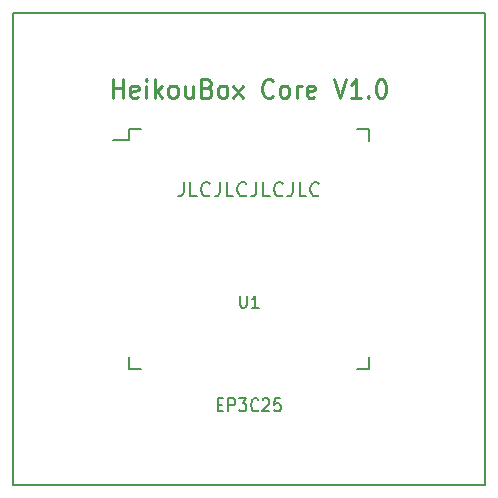
<source format=gbr>
%TF.GenerationSoftware,KiCad,Pcbnew,(5.0.0)*%
%TF.CreationDate,2020-04-09T18:14:40+01:00*%
%TF.ProjectId,HeikouBoxCore,4865696B6F75426F78436F72652E6B69,rev?*%
%TF.SameCoordinates,Original*%
%TF.FileFunction,Legend,Top*%
%TF.FilePolarity,Positive*%
%FSLAX46Y46*%
G04 Gerber Fmt 4.6, Leading zero omitted, Abs format (unit mm)*
G04 Created by KiCad (PCBNEW (5.0.0)) date 04/09/20 18:14:40*
%MOMM*%
%LPD*%
G01*
G04 APERTURE LIST*
%ADD10C,0.175000*%
%ADD11C,0.150000*%
%ADD12C,0.250000*%
G04 APERTURE END LIST*
D10*
X31457142Y-31342857D02*
X31457142Y-32200000D01*
X31400000Y-32371428D01*
X31285714Y-32485714D01*
X31114285Y-32542857D01*
X31000000Y-32542857D01*
X32600000Y-32542857D02*
X32028571Y-32542857D01*
X32028571Y-31342857D01*
X33685714Y-32428571D02*
X33628571Y-32485714D01*
X33457142Y-32542857D01*
X33342857Y-32542857D01*
X33171428Y-32485714D01*
X33057142Y-32371428D01*
X33000000Y-32257142D01*
X32942857Y-32028571D01*
X32942857Y-31857142D01*
X33000000Y-31628571D01*
X33057142Y-31514285D01*
X33171428Y-31400000D01*
X33342857Y-31342857D01*
X33457142Y-31342857D01*
X33628571Y-31400000D01*
X33685714Y-31457142D01*
X34542857Y-31342857D02*
X34542857Y-32200000D01*
X34485714Y-32371428D01*
X34371428Y-32485714D01*
X34200000Y-32542857D01*
X34085714Y-32542857D01*
X35685714Y-32542857D02*
X35114285Y-32542857D01*
X35114285Y-31342857D01*
X36771428Y-32428571D02*
X36714285Y-32485714D01*
X36542857Y-32542857D01*
X36428571Y-32542857D01*
X36257142Y-32485714D01*
X36142857Y-32371428D01*
X36085714Y-32257142D01*
X36028571Y-32028571D01*
X36028571Y-31857142D01*
X36085714Y-31628571D01*
X36142857Y-31514285D01*
X36257142Y-31400000D01*
X36428571Y-31342857D01*
X36542857Y-31342857D01*
X36714285Y-31400000D01*
X36771428Y-31457142D01*
X37628571Y-31342857D02*
X37628571Y-32200000D01*
X37571428Y-32371428D01*
X37457142Y-32485714D01*
X37285714Y-32542857D01*
X37171428Y-32542857D01*
X38771428Y-32542857D02*
X38200000Y-32542857D01*
X38200000Y-31342857D01*
X39857142Y-32428571D02*
X39800000Y-32485714D01*
X39628571Y-32542857D01*
X39514285Y-32542857D01*
X39342857Y-32485714D01*
X39228571Y-32371428D01*
X39171428Y-32257142D01*
X39114285Y-32028571D01*
X39114285Y-31857142D01*
X39171428Y-31628571D01*
X39228571Y-31514285D01*
X39342857Y-31400000D01*
X39514285Y-31342857D01*
X39628571Y-31342857D01*
X39800000Y-31400000D01*
X39857142Y-31457142D01*
X40714285Y-31342857D02*
X40714285Y-32200000D01*
X40657142Y-32371428D01*
X40542857Y-32485714D01*
X40371428Y-32542857D01*
X40257142Y-32542857D01*
X41857142Y-32542857D02*
X41285714Y-32542857D01*
X41285714Y-31342857D01*
X42942857Y-32428571D02*
X42885714Y-32485714D01*
X42714285Y-32542857D01*
X42600000Y-32542857D01*
X42428571Y-32485714D01*
X42314285Y-32371428D01*
X42257142Y-32257142D01*
X42200000Y-32028571D01*
X42200000Y-31857142D01*
X42257142Y-31628571D01*
X42314285Y-31514285D01*
X42428571Y-31400000D01*
X42600000Y-31342857D01*
X42714285Y-31342857D01*
X42885714Y-31400000D01*
X42942857Y-31457142D01*
D11*
X34357142Y-50171428D02*
X34690476Y-50171428D01*
X34833333Y-50747619D02*
X34357142Y-50747619D01*
X34357142Y-49647619D01*
X34833333Y-49647619D01*
X35261904Y-50747619D02*
X35261904Y-49647619D01*
X35642857Y-49647619D01*
X35738095Y-49700000D01*
X35785714Y-49752380D01*
X35833333Y-49857142D01*
X35833333Y-50014285D01*
X35785714Y-50119047D01*
X35738095Y-50171428D01*
X35642857Y-50223809D01*
X35261904Y-50223809D01*
X36166666Y-49647619D02*
X36785714Y-49647619D01*
X36452380Y-50066666D01*
X36595238Y-50066666D01*
X36690476Y-50119047D01*
X36738095Y-50171428D01*
X36785714Y-50276190D01*
X36785714Y-50538095D01*
X36738095Y-50642857D01*
X36690476Y-50695238D01*
X36595238Y-50747619D01*
X36309523Y-50747619D01*
X36214285Y-50695238D01*
X36166666Y-50642857D01*
X37785714Y-50642857D02*
X37738095Y-50695238D01*
X37595238Y-50747619D01*
X37500000Y-50747619D01*
X37357142Y-50695238D01*
X37261904Y-50590476D01*
X37214285Y-50485714D01*
X37166666Y-50276190D01*
X37166666Y-50119047D01*
X37214285Y-49909523D01*
X37261904Y-49804761D01*
X37357142Y-49700000D01*
X37500000Y-49647619D01*
X37595238Y-49647619D01*
X37738095Y-49700000D01*
X37785714Y-49752380D01*
X38166666Y-49752380D02*
X38214285Y-49700000D01*
X38309523Y-49647619D01*
X38547619Y-49647619D01*
X38642857Y-49700000D01*
X38690476Y-49752380D01*
X38738095Y-49857142D01*
X38738095Y-49961904D01*
X38690476Y-50119047D01*
X38119047Y-50747619D01*
X38738095Y-50747619D01*
X39642857Y-49647619D02*
X39166666Y-49647619D01*
X39119047Y-50171428D01*
X39166666Y-50119047D01*
X39261904Y-50066666D01*
X39500000Y-50066666D01*
X39595238Y-50119047D01*
X39642857Y-50171428D01*
X39690476Y-50276190D01*
X39690476Y-50538095D01*
X39642857Y-50642857D01*
X39595238Y-50695238D01*
X39500000Y-50747619D01*
X39261904Y-50747619D01*
X39166666Y-50695238D01*
X39119047Y-50642857D01*
D12*
X25464285Y-24223809D02*
X25464285Y-22623809D01*
X25464285Y-23385714D02*
X26321428Y-23385714D01*
X26321428Y-24223809D02*
X26321428Y-22623809D01*
X27607142Y-24147619D02*
X27464285Y-24223809D01*
X27178571Y-24223809D01*
X27035714Y-24147619D01*
X26964285Y-23995238D01*
X26964285Y-23385714D01*
X27035714Y-23233333D01*
X27178571Y-23157142D01*
X27464285Y-23157142D01*
X27607142Y-23233333D01*
X27678571Y-23385714D01*
X27678571Y-23538095D01*
X26964285Y-23690476D01*
X28321428Y-24223809D02*
X28321428Y-23157142D01*
X28321428Y-22623809D02*
X28250000Y-22700000D01*
X28321428Y-22776190D01*
X28392857Y-22700000D01*
X28321428Y-22623809D01*
X28321428Y-22776190D01*
X29035714Y-24223809D02*
X29035714Y-22623809D01*
X29178571Y-23614285D02*
X29607142Y-24223809D01*
X29607142Y-23157142D02*
X29035714Y-23766666D01*
X30464285Y-24223809D02*
X30321428Y-24147619D01*
X30250000Y-24071428D01*
X30178571Y-23919047D01*
X30178571Y-23461904D01*
X30250000Y-23309523D01*
X30321428Y-23233333D01*
X30464285Y-23157142D01*
X30678571Y-23157142D01*
X30821428Y-23233333D01*
X30892857Y-23309523D01*
X30964285Y-23461904D01*
X30964285Y-23919047D01*
X30892857Y-24071428D01*
X30821428Y-24147619D01*
X30678571Y-24223809D01*
X30464285Y-24223809D01*
X32250000Y-23157142D02*
X32250000Y-24223809D01*
X31607142Y-23157142D02*
X31607142Y-23995238D01*
X31678571Y-24147619D01*
X31821428Y-24223809D01*
X32035714Y-24223809D01*
X32178571Y-24147619D01*
X32250000Y-24071428D01*
X33464285Y-23385714D02*
X33678571Y-23461904D01*
X33750000Y-23538095D01*
X33821428Y-23690476D01*
X33821428Y-23919047D01*
X33750000Y-24071428D01*
X33678571Y-24147619D01*
X33535714Y-24223809D01*
X32964285Y-24223809D01*
X32964285Y-22623809D01*
X33464285Y-22623809D01*
X33607142Y-22700000D01*
X33678571Y-22776190D01*
X33750000Y-22928571D01*
X33750000Y-23080952D01*
X33678571Y-23233333D01*
X33607142Y-23309523D01*
X33464285Y-23385714D01*
X32964285Y-23385714D01*
X34678571Y-24223809D02*
X34535714Y-24147619D01*
X34464285Y-24071428D01*
X34392857Y-23919047D01*
X34392857Y-23461904D01*
X34464285Y-23309523D01*
X34535714Y-23233333D01*
X34678571Y-23157142D01*
X34892857Y-23157142D01*
X35035714Y-23233333D01*
X35107142Y-23309523D01*
X35178571Y-23461904D01*
X35178571Y-23919047D01*
X35107142Y-24071428D01*
X35035714Y-24147619D01*
X34892857Y-24223809D01*
X34678571Y-24223809D01*
X35678571Y-24223809D02*
X36464285Y-23157142D01*
X35678571Y-23157142D02*
X36464285Y-24223809D01*
X39035714Y-24071428D02*
X38964285Y-24147619D01*
X38750000Y-24223809D01*
X38607142Y-24223809D01*
X38392857Y-24147619D01*
X38250000Y-23995238D01*
X38178571Y-23842857D01*
X38107142Y-23538095D01*
X38107142Y-23309523D01*
X38178571Y-23004761D01*
X38250000Y-22852380D01*
X38392857Y-22700000D01*
X38607142Y-22623809D01*
X38750000Y-22623809D01*
X38964285Y-22700000D01*
X39035714Y-22776190D01*
X39892857Y-24223809D02*
X39750000Y-24147619D01*
X39678571Y-24071428D01*
X39607142Y-23919047D01*
X39607142Y-23461904D01*
X39678571Y-23309523D01*
X39750000Y-23233333D01*
X39892857Y-23157142D01*
X40107142Y-23157142D01*
X40250000Y-23233333D01*
X40321428Y-23309523D01*
X40392857Y-23461904D01*
X40392857Y-23919047D01*
X40321428Y-24071428D01*
X40250000Y-24147619D01*
X40107142Y-24223809D01*
X39892857Y-24223809D01*
X41035714Y-24223809D02*
X41035714Y-23157142D01*
X41035714Y-23461904D02*
X41107142Y-23309523D01*
X41178571Y-23233333D01*
X41321428Y-23157142D01*
X41464285Y-23157142D01*
X42535714Y-24147619D02*
X42392857Y-24223809D01*
X42107142Y-24223809D01*
X41964285Y-24147619D01*
X41892857Y-23995238D01*
X41892857Y-23385714D01*
X41964285Y-23233333D01*
X42107142Y-23157142D01*
X42392857Y-23157142D01*
X42535714Y-23233333D01*
X42607142Y-23385714D01*
X42607142Y-23538095D01*
X41892857Y-23690476D01*
X44178571Y-22623809D02*
X44678571Y-24223809D01*
X45178571Y-22623809D01*
X46464285Y-24223809D02*
X45607142Y-24223809D01*
X46035714Y-24223809D02*
X46035714Y-22623809D01*
X45892857Y-22852380D01*
X45750000Y-23004761D01*
X45607142Y-23080952D01*
X47107142Y-24071428D02*
X47178571Y-24147619D01*
X47107142Y-24223809D01*
X47035714Y-24147619D01*
X47107142Y-24071428D01*
X47107142Y-24223809D01*
X48107142Y-22623809D02*
X48250000Y-22623809D01*
X48392857Y-22700000D01*
X48464285Y-22776190D01*
X48535714Y-22928571D01*
X48607142Y-23233333D01*
X48607142Y-23614285D01*
X48535714Y-23919047D01*
X48464285Y-24071428D01*
X48392857Y-24147619D01*
X48250000Y-24223809D01*
X48107142Y-24223809D01*
X47964285Y-24147619D01*
X47892857Y-24071428D01*
X47821428Y-23919047D01*
X47750000Y-23614285D01*
X47750000Y-23233333D01*
X47821428Y-22928571D01*
X47892857Y-22776190D01*
X47964285Y-22700000D01*
X48107142Y-22623809D01*
D11*
X17000000Y-57000000D02*
X17000000Y-17000000D01*
X57000000Y-57000000D02*
X17000000Y-57000000D01*
X57000000Y-17000000D02*
X57000000Y-57000000D01*
X17000000Y-17000000D02*
X57000000Y-17000000D01*
X26825000Y-26825000D02*
X26825000Y-27800000D01*
X47175000Y-26825000D02*
X47175000Y-27875000D01*
X47175000Y-47175000D02*
X47175000Y-46125000D01*
X26825000Y-47175000D02*
X26825000Y-46125000D01*
X26825000Y-26825000D02*
X27875000Y-26825000D01*
X26825000Y-47175000D02*
X27875000Y-47175000D01*
X47175000Y-47175000D02*
X46125000Y-47175000D01*
X47175000Y-26825000D02*
X46125000Y-26825000D01*
X26825000Y-27800000D02*
X25525000Y-27800000D01*
X36238095Y-40952380D02*
X36238095Y-41761904D01*
X36285714Y-41857142D01*
X36333333Y-41904761D01*
X36428571Y-41952380D01*
X36619047Y-41952380D01*
X36714285Y-41904761D01*
X36761904Y-41857142D01*
X36809523Y-41761904D01*
X36809523Y-40952380D01*
X37809523Y-41952380D02*
X37238095Y-41952380D01*
X37523809Y-41952380D02*
X37523809Y-40952380D01*
X37428571Y-41095238D01*
X37333333Y-41190476D01*
X37238095Y-41238095D01*
M02*

</source>
